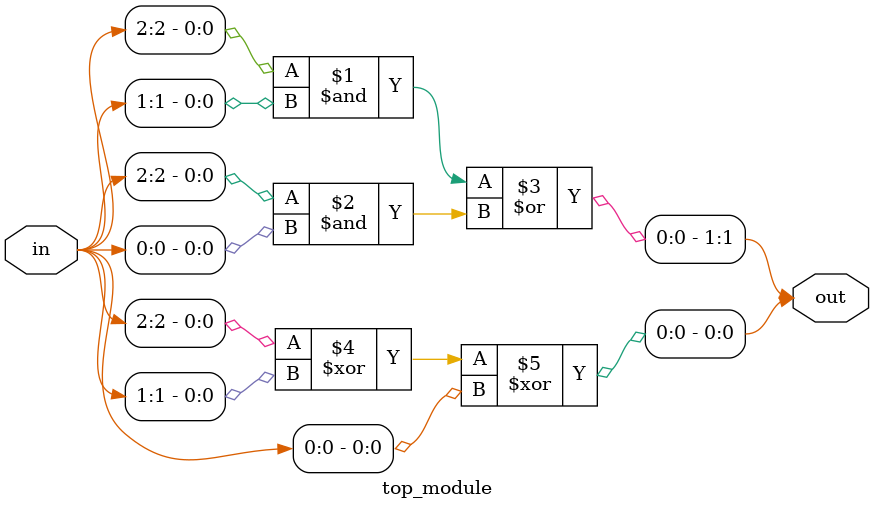
<source format=sv>
module top_module (
	input [2:0] in,
	output [1:0] out
);

	assign out[1] = (in[2] & in[1]) | (in[2] & in[0]);
	assign out[0] = in[2] ^ in[1] ^ in[0];
	
endmodule

</source>
